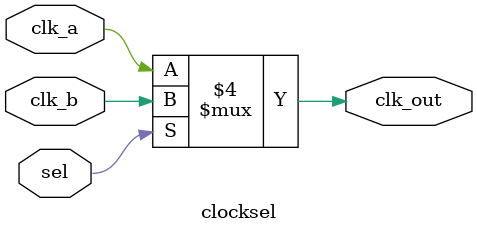
<source format=sv>

module clocksel(
  input sel,     // single step or automatic
  input clk_a,   // push button single step clock
  input clk_b,   // 100Hz derived from DE10-Lite board clock (50MHz) or external 6.5536MHz
  output clk_out
  );

  always_comb begin
    if (sel == 0)
	   clk_out = clk_a;
    else
	   clk_out = clk_b; 
  end

endmodule

</source>
